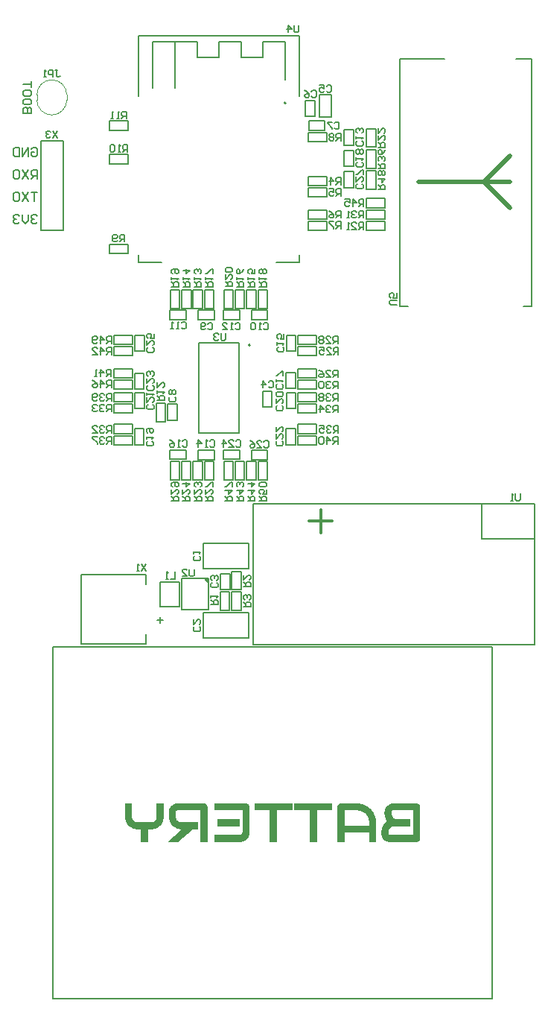
<source format=gbo>
G04*
G04 #@! TF.GenerationSoftware,Altium Limited,Altium Designer,23.4.1 (23)*
G04*
G04 Layer_Color=32896*
%FSLAX44Y44*%
%MOMM*%
G71*
G04*
G04 #@! TF.SameCoordinates,ED8CA8E1-86DF-42A4-AF38-516AE62C0134*
G04*
G04*
G04 #@! TF.FilePolarity,Positive*
G04*
G01*
G75*
%ADD11C,0.2000*%
%ADD12C,0.1000*%
%ADD13C,0.1500*%
%ADD47C,0.5000*%
%ADD65C,0.3000*%
G36*
X222803Y536324D02*
X223392Y536913D01*
X226975D01*
Y533083D01*
X226510Y532618D01*
X224657Y534471D01*
X222803Y536324D01*
D02*
G37*
G36*
X176198Y267222D02*
Y266259D01*
X176124Y265370D01*
X175976Y264481D01*
X175828Y263814D01*
X175754Y263148D01*
X175606Y262703D01*
X175531Y262407D01*
Y262333D01*
X175235Y261592D01*
X174939Y260852D01*
X174643Y260185D01*
X174420Y259667D01*
X174124Y259222D01*
X173902Y258852D01*
X173828Y258630D01*
X173754Y258556D01*
X172865Y257445D01*
X172421Y256926D01*
X171976Y256556D01*
X171606Y256186D01*
X171310Y255963D01*
X171161Y255815D01*
X171087Y255741D01*
X169902Y255000D01*
X168939Y254334D01*
X168495Y254112D01*
X168199Y253964D01*
X167977Y253890D01*
X167903Y253815D01*
X166717Y253297D01*
X166125Y253149D01*
X165681Y253001D01*
X165236Y252853D01*
X164940Y252778D01*
X164718Y252704D01*
X164644D01*
X163459Y252556D01*
X162866Y252482D01*
X162422D01*
X162051Y252408D01*
X158274D01*
Y238039D01*
X150201D01*
Y252408D01*
X147016D01*
X145905Y252482D01*
X144868Y252556D01*
X144498Y252630D01*
X144201D01*
X143979Y252704D01*
X143905D01*
X142646Y253001D01*
X142128Y253223D01*
X141609Y253371D01*
X141165Y253593D01*
X140868Y253667D01*
X140646Y253815D01*
X140572D01*
X139387Y254482D01*
X138869Y254778D01*
X138424Y255075D01*
X137980Y255371D01*
X137683Y255593D01*
X137535Y255667D01*
X137461Y255741D01*
X136350Y256704D01*
X135536Y257593D01*
X135239Y257963D01*
X135017Y258259D01*
X134869Y258482D01*
X134795Y258556D01*
X134054Y259815D01*
X133758Y260481D01*
X133462Y261074D01*
X133314Y261592D01*
X133165Y261963D01*
X133017Y262259D01*
Y262333D01*
X132573Y264037D01*
X132425Y264851D01*
X132351Y265592D01*
X132277Y266259D01*
Y266777D01*
Y267073D01*
Y267222D01*
Y281961D01*
X140276D01*
Y267222D01*
Y266481D01*
X140350Y265814D01*
X140498Y265222D01*
X140572Y264777D01*
X140720Y264407D01*
X140868Y264111D01*
X140942Y263962D01*
Y263888D01*
X141461Y263074D01*
X141905Y262407D01*
X142350Y262037D01*
X142424Y261889D01*
X142498D01*
X143238Y261444D01*
X143979Y261148D01*
X144275Y261074D01*
X144498Y261000D01*
X144646Y260926D01*
X144720D01*
X145609Y260704D01*
X146275Y260630D01*
X146572Y260555D01*
X146794Y260481D01*
X161385D01*
X162496Y260555D01*
X163384Y260704D01*
X163681Y260778D01*
X163977Y260852D01*
X164125Y260926D01*
X164199D01*
X165088Y261296D01*
X165755Y261740D01*
X166199Y262111D01*
X166273Y262259D01*
X166347D01*
X166940Y263000D01*
X167384Y263666D01*
X167532Y263962D01*
X167680Y264185D01*
X167754Y264333D01*
Y264407D01*
X168051Y265370D01*
X168199Y266259D01*
X168273Y266629D01*
Y266925D01*
Y267147D01*
Y267222D01*
Y281961D01*
X176198D01*
Y267222D01*
D02*
G37*
G36*
X262485Y255963D02*
X237303D01*
Y263962D01*
X262485D01*
Y255963D01*
D02*
G37*
G36*
X464316Y281887D02*
X464835Y281812D01*
X465131Y281664D01*
X465279Y281590D01*
X465798Y281294D01*
X466242Y281072D01*
X466538Y280776D01*
X466612Y280702D01*
X466983Y280257D01*
X467205Y279887D01*
X467353Y279591D01*
X467427Y279442D01*
X467575Y278924D01*
X467649Y278405D01*
X467723Y278035D01*
Y277961D01*
Y277887D01*
Y242039D01*
X467649Y241446D01*
X467575Y240928D01*
X467501Y240558D01*
X467427Y240409D01*
X467205Y239891D01*
X466909Y239521D01*
X466686Y239224D01*
X466612Y239150D01*
X466168Y238780D01*
X465724Y238558D01*
X465427Y238410D01*
X465279Y238336D01*
X464687Y238187D01*
X464242Y238113D01*
X463872Y238039D01*
X433431D01*
X432468Y238113D01*
X431653Y238187D01*
X430912Y238336D01*
X430246Y238558D01*
X429727Y238706D01*
X429283Y238854D01*
X429061Y238928D01*
X428987Y239002D01*
X428320Y239373D01*
X427728Y239817D01*
X427209Y240187D01*
X426839Y240558D01*
X426468Y240854D01*
X426246Y241150D01*
X426098Y241298D01*
X426024Y241372D01*
X425283Y242483D01*
X424691Y243446D01*
X424543Y243890D01*
X424394Y244187D01*
X424320Y244409D01*
Y244483D01*
X424024Y245668D01*
X423950Y246261D01*
X423876Y246705D01*
X423802Y247075D01*
Y247446D01*
Y247594D01*
Y247668D01*
Y249149D01*
Y250038D01*
X423876Y250853D01*
X423950Y251519D01*
X424024Y252186D01*
X424172Y252704D01*
X424246Y253075D01*
X424320Y253371D01*
Y253445D01*
X424765Y254778D01*
X424987Y255371D01*
X425209Y255889D01*
X425432Y256260D01*
X425580Y256630D01*
X425654Y256778D01*
X425728Y256852D01*
X426394Y257963D01*
X427061Y258778D01*
X427357Y259148D01*
X427579Y259370D01*
X427728Y259519D01*
X427802Y259593D01*
X428690Y260407D01*
X429505Y261074D01*
X429801Y261296D01*
X430098Y261444D01*
X430246Y261592D01*
X430320D01*
X429801Y262407D01*
X429283Y263222D01*
X428913Y263962D01*
X428616Y264703D01*
X428394Y265296D01*
X428246Y265740D01*
X428098Y266110D01*
Y266185D01*
X427654Y267962D01*
X427505Y268703D01*
X427431Y269369D01*
X427357Y269962D01*
Y270406D01*
Y270703D01*
Y270777D01*
Y272258D01*
X427431Y273221D01*
X427505Y274110D01*
X427654Y274850D01*
X427802Y275517D01*
X428024Y276035D01*
X428172Y276406D01*
X428246Y276628D01*
X428320Y276702D01*
X428690Y277369D01*
X429135Y277961D01*
X429505Y278480D01*
X429875Y278924D01*
X430246Y279294D01*
X430542Y279517D01*
X430690Y279665D01*
X430764Y279739D01*
X431875Y280479D01*
X432912Y281072D01*
X433357Y281220D01*
X433653Y281368D01*
X433875Y281442D01*
X433949D01*
X435134Y281738D01*
X435653Y281812D01*
X436097Y281887D01*
X436467Y281961D01*
X463724D01*
X464316Y281887D01*
D02*
G37*
G36*
X397508D02*
X399138Y281738D01*
X400619Y281442D01*
X401952Y281146D01*
X403063Y280850D01*
X403434Y280702D01*
X403878Y280553D01*
X404174Y280479D01*
X404397Y280405D01*
X404471Y280331D01*
X404545D01*
X406026Y279665D01*
X407285Y278924D01*
X408470Y278183D01*
X409507Y277443D01*
X410322Y276776D01*
X410989Y276258D01*
X411359Y275887D01*
X411507Y275739D01*
X412544Y274628D01*
X413507Y273443D01*
X414247Y272258D01*
X414914Y271147D01*
X415433Y270184D01*
X415803Y269443D01*
X415951Y269147D01*
X416025Y268925D01*
X416099Y268851D01*
Y268777D01*
X416618Y267222D01*
X417062Y265740D01*
X417358Y264259D01*
X417506Y262852D01*
X417654Y261667D01*
Y261222D01*
X417729Y260778D01*
Y260407D01*
Y260185D01*
Y260037D01*
Y259963D01*
Y238039D01*
X409803D01*
Y248779D01*
X381806D01*
Y238039D01*
X373807D01*
Y277887D01*
X373881Y278480D01*
X373955Y278998D01*
X374029Y279294D01*
X374103Y279442D01*
X374400Y279961D01*
X374622Y280331D01*
X374918Y280627D01*
X374992Y280702D01*
X375437Y281072D01*
X375807Y281368D01*
X376103Y281516D01*
X376251Y281590D01*
X376770Y281812D01*
X377288Y281887D01*
X377659Y281961D01*
X395805D01*
X397508Y281887D01*
D02*
G37*
G36*
X367956Y273962D02*
X350402D01*
Y238039D01*
X342403D01*
Y273962D01*
X324849D01*
Y281961D01*
X367956D01*
Y273962D01*
D02*
G37*
G36*
X322405D02*
X304851D01*
Y238039D01*
X296852D01*
Y273962D01*
X279298D01*
Y281961D01*
X322405D01*
Y273962D01*
D02*
G37*
G36*
X270188Y281887D02*
X270707Y281812D01*
X271077Y281664D01*
X271225Y281590D01*
X271744Y281294D01*
X272114Y281072D01*
X272410Y280776D01*
X272484Y280702D01*
X272855Y280257D01*
X273151Y279887D01*
X273299Y279591D01*
X273373Y279442D01*
X273521Y278924D01*
X273595Y278405D01*
X273669Y278035D01*
Y277961D01*
Y277887D01*
Y249149D01*
X273595Y248038D01*
X273521Y247075D01*
X273299Y246187D01*
X273077Y245446D01*
X272929Y244779D01*
X272707Y244335D01*
X272633Y244039D01*
X272558Y243965D01*
X272114Y243224D01*
X271595Y242483D01*
X271151Y241891D01*
X270707Y241446D01*
X270336Y241002D01*
X270040Y240706D01*
X269818Y240558D01*
X269744Y240483D01*
X268485Y239595D01*
X267818Y239298D01*
X267300Y239002D01*
X266781Y238854D01*
X266411Y238706D01*
X266189Y238558D01*
X266115D01*
X264707Y238262D01*
X264115Y238187D01*
X263522Y238113D01*
X263078Y238039D01*
X233748D01*
Y245964D01*
X262411D01*
X263004Y246038D01*
X263448Y246112D01*
X263893Y246261D01*
X264263Y246409D01*
X264485Y246557D01*
X264707Y246631D01*
X264781Y246779D01*
X264855D01*
X265152Y247150D01*
X265300Y247520D01*
X265596Y248260D01*
Y248631D01*
X265670Y248927D01*
Y249075D01*
Y249149D01*
Y273962D01*
X233748D01*
Y281961D01*
X269596D01*
X270188Y281887D01*
D02*
G37*
G36*
X222638D02*
X223156Y281812D01*
X223452Y281664D01*
X223601Y281590D01*
X224119Y281294D01*
X224563Y281072D01*
X224860Y280776D01*
X224934Y280702D01*
X225304Y280257D01*
X225526Y279887D01*
X225674Y279591D01*
X225748Y279442D01*
X225897Y278924D01*
X225971Y278405D01*
X226045Y278035D01*
Y277961D01*
Y277887D01*
Y238039D01*
X218120D01*
Y273962D01*
X191382D01*
X191308Y273887D01*
X191234D01*
X190863Y273813D01*
X190715Y273739D01*
X190493Y273591D01*
X190345Y273443D01*
X190271Y273295D01*
Y273221D01*
X190197Y272925D01*
X190123Y272554D01*
Y272332D01*
Y272184D01*
Y267147D01*
X190197Y266036D01*
X190345Y265148D01*
X190493Y264851D01*
X190567Y264555D01*
X190641Y264407D01*
Y264333D01*
X191011Y263518D01*
X191530Y262852D01*
X191900Y262407D01*
X191974Y262333D01*
X192048Y262259D01*
X192789Y261740D01*
X193456Y261296D01*
X193752Y261148D01*
X193974Y261000D01*
X194122Y260926D01*
X194196D01*
X195085Y260630D01*
X195974Y260481D01*
X196344Y260407D01*
X196640Y260333D01*
X214935D01*
Y252334D01*
X209158D01*
X192567Y238039D01*
X180272D01*
X196863Y252334D01*
X195752Y252408D01*
X194715Y252556D01*
X194344D01*
X194048Y252630D01*
X193826Y252704D01*
X193752D01*
X192493Y253001D01*
X191974Y253223D01*
X191456Y253371D01*
X191011Y253593D01*
X190715Y253667D01*
X190493Y253815D01*
X190419D01*
X189234Y254408D01*
X188715Y254704D01*
X188271Y255000D01*
X187826Y255297D01*
X187530Y255519D01*
X187382Y255593D01*
X187308Y255667D01*
X186271Y256630D01*
X185456Y257519D01*
X185160Y257889D01*
X184938Y258185D01*
X184790Y258408D01*
X184716Y258482D01*
X183901Y259815D01*
X183605Y260407D01*
X183308Y261000D01*
X183160Y261518D01*
X183012Y261889D01*
X182864Y262185D01*
Y262259D01*
X182420Y263962D01*
X182271Y264777D01*
X182197Y265518D01*
X182123Y266185D01*
Y266703D01*
Y266999D01*
Y267147D01*
Y272258D01*
X182197Y273369D01*
X182346Y274406D01*
X182494Y274776D01*
X182568Y275072D01*
X182642Y275295D01*
Y275369D01*
X183160Y276554D01*
X183382Y277146D01*
X183679Y277591D01*
X183975Y277961D01*
X184123Y278331D01*
X184271Y278480D01*
X184345Y278554D01*
X185308Y279591D01*
X186271Y280331D01*
X186641Y280627D01*
X187012Y280850D01*
X187234Y280924D01*
X187308Y280998D01*
X188049Y281294D01*
X188789Y281590D01*
X189530Y281738D01*
X190271Y281812D01*
X190863Y281887D01*
X191382Y281961D01*
X222045D01*
X222638Y281887D01*
D02*
G37*
%LPC*%
G36*
X459724Y273962D02*
X437060D01*
X436541Y273887D01*
X436097Y273665D01*
X435801Y273443D01*
X435653Y273147D01*
X435504Y272776D01*
X435430Y272554D01*
Y272332D01*
Y272258D01*
Y270777D01*
X435504Y269666D01*
X435653Y268777D01*
X435727Y268481D01*
X435801Y268184D01*
X435875Y268036D01*
Y267962D01*
X436245Y267073D01*
X436690Y266407D01*
X437060Y265962D01*
X437134Y265888D01*
X437208Y265814D01*
X437949Y265222D01*
X438615Y264777D01*
X438912Y264629D01*
X439134Y264481D01*
X439282Y264407D01*
X439356D01*
X440319Y264185D01*
X441208Y264037D01*
X441578Y263962D01*
X456539D01*
Y255963D01*
X438615D01*
X437504Y255889D01*
X436615Y255741D01*
X436245Y255593D01*
X436023Y255519D01*
X435875Y255445D01*
X435801D01*
X434912Y255075D01*
X434245Y254630D01*
X433801Y254260D01*
X433727Y254186D01*
X433653Y254112D01*
X433060Y253371D01*
X432616Y252704D01*
X432468Y252408D01*
X432394Y252186D01*
X432320Y252038D01*
Y251964D01*
X432023Y251001D01*
X431875Y250112D01*
X431801Y249742D01*
Y249445D01*
Y249223D01*
Y249149D01*
Y247742D01*
Y247298D01*
X431875Y247001D01*
X431949Y246779D01*
X432023Y246705D01*
X432172Y246483D01*
X432246Y246335D01*
X432320Y246187D01*
X432394D01*
X432764Y246038D01*
X432912Y245964D01*
X459724D01*
Y273962D01*
D02*
G37*
G36*
X396101D02*
X381806D01*
Y256778D01*
X409803D01*
Y259963D01*
X409729Y261148D01*
X409655Y262259D01*
X409507Y263222D01*
X409285Y264037D01*
X409137Y264703D01*
X408989Y265148D01*
X408915Y265518D01*
X408841Y265592D01*
X408470Y266407D01*
X408026Y267222D01*
X407655Y267888D01*
X407285Y268481D01*
X406989Y268925D01*
X406693Y269221D01*
X406544Y269443D01*
X406470Y269517D01*
X405359Y270629D01*
X404841Y270999D01*
X404397Y271369D01*
X403952Y271665D01*
X403656Y271888D01*
X403434Y271962D01*
X403360Y272036D01*
X402100Y272628D01*
X401508Y272850D01*
X400989Y272999D01*
X400619Y273147D01*
X400323Y273221D01*
X400101Y273295D01*
X400027D01*
X398916Y273591D01*
X398101Y273739D01*
X397805D01*
X397583Y273813D01*
X397360D01*
X396916Y273887D01*
X396620D01*
X396101Y273962D01*
D02*
G37*
%LPD*%
D11*
X315050Y1077506D02*
G03*
X315050Y1077506I-1000J0D01*
G01*
X272500Y802500D02*
G03*
X272670Y803057I1000J0D01*
G01*
X50000Y60000D02*
Y460000D01*
X550000Y60000D02*
Y460000D01*
X50000Y60000D02*
X550000D01*
X50000Y460000D02*
X550000D01*
X61700Y933200D02*
Y1034800D01*
X36300D02*
X61700D01*
X36300Y933200D02*
Y1034800D01*
Y933200D02*
X61700D01*
X156000Y463000D02*
Y474000D01*
X82000Y463000D02*
X156000D01*
X82000D02*
Y542000D01*
X156000D01*
Y531000D02*
Y542000D01*
X444400Y847000D02*
X454400D01*
X444400D02*
Y1128000D01*
X495400D01*
X576400D02*
X594400D01*
Y847000D02*
Y1128000D01*
X585400Y847000D02*
X594400D01*
X189050Y1095006D02*
Y1147006D01*
X314050Y1103756D02*
Y1147256D01*
X289050D02*
X314050D01*
X289050Y1129506D02*
Y1147256D01*
X264050Y1129506D02*
X289050D01*
X264050D02*
Y1147256D01*
X238800D02*
X264050D01*
X238800Y1129506D02*
Y1147256D01*
X214050Y1129506D02*
X238800D01*
X214050D02*
Y1147006D01*
X164050D02*
X214050D01*
X147737Y1085382D02*
Y1153784D01*
Y896228D02*
X174128D01*
X330363D02*
Y904737D01*
X147737Y1153784D02*
X330363D01*
X147737Y896228D02*
Y904737D01*
X303972Y896228D02*
X330363D01*
Y1085382D02*
Y1153784D01*
X164050Y1095006D02*
Y1147006D01*
X261860Y703000D02*
Y805000D01*
X216140Y703000D02*
Y805000D01*
X261860D01*
X216140Y703000D02*
X261860D01*
X226975Y502250D02*
Y537250D01*
X197000Y502250D02*
Y537250D01*
X226975D01*
X197000Y502250D02*
X226975D01*
X597750Y582500D02*
Y622500D01*
X537750Y582500D02*
Y622500D01*
X597750D01*
X537750Y582500D02*
X597750D01*
Y462500D02*
Y622500D01*
X277750Y462500D02*
Y622500D01*
X597750D01*
X277750Y462500D02*
X597750D01*
X283560Y649500D02*
X294060D01*
Y670500D01*
X283560Y649500D02*
Y670500D01*
X294060D01*
X119500Y803250D02*
Y813750D01*
Y803250D02*
X140500D01*
X119500Y813750D02*
X140500D01*
Y803250D02*
Y813750D01*
X406750Y1000500D02*
X417250D01*
X406750Y979500D02*
Y1000500D01*
X417250Y979500D02*
Y1000500D01*
X406750Y979500D02*
X417250D01*
X244560Y649500D02*
X255060D01*
Y670500D01*
X244560Y649500D02*
Y670500D01*
X255060D01*
X119500Y752250D02*
Y762750D01*
Y752250D02*
X140500D01*
X119500Y762750D02*
X140500D01*
Y752250D02*
Y762750D01*
X406500Y958750D02*
Y969250D01*
Y958750D02*
X427500D01*
X406500Y969250D02*
X427500D01*
Y958750D02*
Y969250D01*
X270560Y670500D02*
X281060D01*
X270560Y649500D02*
Y670500D01*
X281060Y649500D02*
Y670500D01*
X270560Y649500D02*
X281060D01*
X257560Y670500D02*
X268060D01*
X257560Y649500D02*
Y670500D01*
X268060Y649500D02*
Y670500D01*
X257560Y649500D02*
X268060D01*
X140500Y790400D02*
Y800900D01*
X119500D02*
X140500D01*
X119500Y790400D02*
X140500D01*
X119500D02*
Y800900D01*
X140500Y765250D02*
Y775750D01*
X119500D02*
X140500D01*
X119500Y765250D02*
X140500D01*
X119500D02*
Y775750D01*
X350000Y689150D02*
Y699650D01*
X329000D02*
X350000D01*
X329000Y689150D02*
X350000D01*
X329000D02*
Y699650D01*
X119500Y738150D02*
Y748650D01*
Y738150D02*
X140500D01*
X119500Y748650D02*
X140500D01*
Y738150D02*
Y748650D01*
X350000Y738150D02*
Y748650D01*
X329000D02*
X350000D01*
X329000Y738150D02*
X350000D01*
X329000D02*
Y748650D01*
X119500Y689150D02*
Y699650D01*
Y689150D02*
X140500D01*
X119500Y699650D02*
X140500D01*
Y689150D02*
Y699650D01*
X406750Y1024500D02*
X417250D01*
X406750Y1003500D02*
Y1024500D01*
X417250Y1003500D02*
Y1024500D01*
X406750Y1003500D02*
X417250D01*
X329000Y702150D02*
Y712650D01*
Y702150D02*
X350000D01*
X329000Y712650D02*
X350000D01*
Y702150D02*
Y712650D01*
X329000Y725150D02*
Y735650D01*
Y725150D02*
X350000D01*
X329000Y735650D02*
X350000D01*
Y725150D02*
Y735650D01*
X140500Y725150D02*
Y735650D01*
X119500D02*
X140500D01*
X119500Y725150D02*
X140500D01*
X119500D02*
Y735650D01*
X140500Y702150D02*
Y712650D01*
X119500D02*
X140500D01*
X119500Y702150D02*
X140500D01*
X119500D02*
Y712650D01*
X406500Y945750D02*
Y956250D01*
Y945750D02*
X427500D01*
X406500Y956250D02*
X427500D01*
Y945750D02*
Y956250D01*
X350000Y752250D02*
Y762750D01*
X329000D02*
X350000D01*
X329000Y752250D02*
X350000D01*
X329000D02*
Y762750D01*
X183750Y649500D02*
X194250D01*
Y670500D01*
X183750Y649500D02*
Y670500D01*
X194250D01*
X350000Y803250D02*
Y813750D01*
X329000D02*
X350000D01*
X329000Y803250D02*
X350000D01*
X329000D02*
Y813750D01*
X222750Y649500D02*
X233250D01*
Y670500D01*
X222750Y649500D02*
Y670500D01*
X233250D01*
X329000Y765250D02*
Y775750D01*
Y765250D02*
X350000D01*
X329000Y775750D02*
X350000D01*
Y765250D02*
Y775750D01*
X329000Y790400D02*
Y800900D01*
Y790400D02*
X350000D01*
X329000Y800900D02*
X350000D01*
Y790400D02*
Y800900D01*
X196600Y670500D02*
X207100D01*
X196600Y649500D02*
Y670500D01*
X207100Y649500D02*
Y670500D01*
X196600Y649500D02*
X207100D01*
X209750Y670500D02*
X220250D01*
X209750Y649500D02*
Y670500D01*
X220250Y649500D02*
Y670500D01*
X209750Y649500D02*
X220250D01*
X406750Y1048500D02*
X417250D01*
X406750Y1027500D02*
Y1048500D01*
X417250Y1027500D02*
Y1048500D01*
X406750Y1027500D02*
X417250D01*
X406500Y932750D02*
Y943250D01*
Y932750D02*
X427500D01*
X406500Y943250D02*
X427500D01*
Y932750D02*
Y943250D01*
X244560Y865500D02*
X255060D01*
X244560Y844500D02*
Y865500D01*
X255060Y844500D02*
Y865500D01*
X244560Y844500D02*
X255060D01*
X183750Y865500D02*
X194250D01*
X183750Y844500D02*
Y865500D01*
X194250Y844500D02*
Y865500D01*
X183750Y844500D02*
X194250D01*
X283560Y865500D02*
X294060D01*
X283560Y844500D02*
Y865500D01*
X294060Y844500D02*
Y865500D01*
X283560Y844500D02*
X294060D01*
X222750Y865500D02*
X233250D01*
X222750Y844500D02*
Y865500D01*
X233250Y844500D02*
Y865500D01*
X222750Y844500D02*
X233250D01*
X257560D02*
X268060D01*
Y865500D01*
X257560Y844500D02*
Y865500D01*
X268060D01*
X270560Y844500D02*
X281060D01*
Y865500D01*
X270560Y844500D02*
Y865500D01*
X281060D01*
X196750Y844500D02*
X207250D01*
Y865500D01*
X196750Y844500D02*
Y865500D01*
X207250D01*
X209750Y844500D02*
X220250D01*
Y865500D01*
X209750Y844500D02*
Y865500D01*
X220250D01*
X167750Y736500D02*
X178250D01*
X167750Y715500D02*
Y736500D01*
X178250Y715500D02*
Y736500D01*
X167750Y715500D02*
X178250D01*
X114500Y1046750D02*
Y1057250D01*
Y1046750D02*
X135500D01*
X114500Y1057250D02*
X135500D01*
Y1046750D02*
Y1057250D01*
X114500Y1008750D02*
Y1019250D01*
Y1008750D02*
X135500D01*
X114500Y1019250D02*
X135500D01*
Y1008750D02*
Y1019250D01*
X114500Y906750D02*
Y917250D01*
Y906750D02*
X135500D01*
X114500Y917250D02*
X135500D01*
Y906750D02*
Y917250D01*
X361500Y1033750D02*
Y1044250D01*
X340500D02*
X361500D01*
X340500Y1033750D02*
X361500D01*
X340500D02*
Y1044250D01*
X361500Y932750D02*
Y943250D01*
X340500D02*
X361500D01*
X340500Y932750D02*
X361500D01*
X340500D02*
Y943250D01*
X361500Y945750D02*
Y956250D01*
X340500D02*
X361500D01*
X340500Y945750D02*
X361500D01*
X340500D02*
Y956250D01*
X361500Y970750D02*
Y981250D01*
X340500D02*
X361500D01*
X340500Y970750D02*
X361500D01*
X340500D02*
Y981250D01*
X361500Y983750D02*
Y994250D01*
X340500D02*
X361500D01*
X340500Y983750D02*
X361500D01*
X340500D02*
Y994250D01*
X253750Y522500D02*
X264250D01*
X253750Y501500D02*
Y522500D01*
X264250Y501500D02*
Y522500D01*
X253750Y501500D02*
X264250D01*
X253750Y545500D02*
X264250D01*
X253750Y524500D02*
Y545500D01*
X264250Y524500D02*
Y545500D01*
X253750Y524500D02*
X264250D01*
X240750Y501500D02*
X251250D01*
Y522500D01*
X240750Y501500D02*
Y522500D01*
X251250D01*
X171750Y533750D02*
X194250D01*
X171750Y505250D02*
X194250D01*
X171750D02*
Y533750D01*
X194250Y505250D02*
Y533750D01*
X381500Y997500D02*
Y999500D01*
X392250D01*
Y981500D02*
Y999500D01*
X381500Y981500D02*
X392250D01*
X381500D02*
Y997500D01*
X276310Y672500D02*
X278310D01*
X276310D02*
Y683250D01*
X294310D01*
Y672500D02*
Y683250D01*
X278310Y672500D02*
X294310D01*
X154000Y795500D02*
Y797500D01*
X143250Y795500D02*
X154000D01*
X143250D02*
Y813500D01*
X154000D01*
Y797500D02*
Y813500D01*
X260310Y683500D02*
X262310D01*
Y672750D02*
Y683500D01*
X244310Y672750D02*
X262310D01*
X244310D02*
Y683500D01*
X260310D01*
X143000Y768500D02*
Y770500D01*
X153750D01*
Y752500D02*
Y770500D01*
X143000Y752500D02*
X153750D01*
X143000D02*
Y768500D01*
X315500Y705500D02*
Y707500D01*
X326250D01*
Y689500D02*
Y707500D01*
X315500Y689500D02*
X326250D01*
X315500D02*
Y705500D01*
X154000Y730500D02*
Y732500D01*
X143250Y730500D02*
X154000D01*
X143250D02*
Y748500D01*
X154000D01*
Y732500D02*
Y748500D01*
X326500Y730500D02*
Y732500D01*
X315750Y730500D02*
X326500D01*
X315750D02*
Y748500D01*
X326500D01*
Y732500D02*
Y748500D01*
X143000Y705500D02*
Y707500D01*
X153750D01*
Y689500D02*
Y707500D01*
X143000Y689500D02*
X153750D01*
X143000D02*
Y705500D01*
X381500Y1021500D02*
Y1023500D01*
X392250D01*
Y1005500D02*
Y1023500D01*
X381500Y1005500D02*
X392250D01*
X381500D02*
Y1021500D01*
X315500Y769500D02*
Y771500D01*
X326250D01*
Y753500D02*
Y771500D01*
X315500Y753500D02*
X326250D01*
X315500D02*
Y769500D01*
X199500Y683500D02*
X201500D01*
Y672750D02*
Y683500D01*
X183500Y672750D02*
X201500D01*
X183500D02*
Y683500D01*
X199500D01*
X326500Y795500D02*
Y797500D01*
X315750Y795500D02*
X326500D01*
X315750D02*
Y813500D01*
X326500D01*
Y797500D02*
Y813500D01*
X215500Y672500D02*
X217500D01*
X215500D02*
Y683250D01*
X233500D01*
Y672500D02*
Y683250D01*
X217500Y672500D02*
X233500D01*
X381500Y1045500D02*
Y1047500D01*
X392250D01*
Y1029500D02*
Y1047500D01*
X381500Y1029500D02*
X392250D01*
X381500D02*
Y1045500D01*
X260310Y842500D02*
X262310D01*
Y831750D02*
Y842500D01*
X244310Y831750D02*
X262310D01*
X244310D02*
Y842500D01*
X260310D01*
X199500Y842500D02*
X201500D01*
Y831750D02*
Y842500D01*
X183500Y831750D02*
X201500D01*
X183500D02*
Y842500D01*
X199500D01*
X276310Y831500D02*
X278310D01*
X276310D02*
Y842250D01*
X294310D01*
Y831500D02*
Y842250D01*
X278310Y831500D02*
X294310D01*
X215500Y831500D02*
X217500D01*
X215500D02*
Y842250D01*
X233500D01*
Y831500D02*
Y842250D01*
X217500Y831500D02*
X233500D01*
X191500Y717500D02*
Y719500D01*
X180750Y717500D02*
X191500D01*
X180750D02*
Y735500D01*
X191500D01*
Y719500D02*
Y735500D01*
X357500Y1057500D02*
X359500D01*
Y1046750D02*
Y1057500D01*
X341500Y1046750D02*
X359500D01*
X341500D02*
Y1057500D01*
X357500D01*
X337500Y1078500D02*
Y1080500D01*
X348250D01*
Y1062500D02*
Y1080500D01*
X337500Y1062500D02*
X348250D01*
X337500D02*
Y1078500D01*
X353000Y1062000D02*
Y1087000D01*
Y1062000D02*
X367000D01*
Y1087000D01*
X353000D02*
X367000D01*
X299500Y732500D02*
Y734500D01*
X288750Y732500D02*
X299500D01*
X288750D02*
Y750500D01*
X299500D01*
Y734500D02*
Y750500D01*
X251500Y524500D02*
Y526500D01*
X240750Y524500D02*
X251500D01*
X240750D02*
Y542500D01*
X251500D01*
Y526500D02*
Y542500D01*
X221000Y499000D02*
X273000D01*
X221000Y470000D02*
Y499000D01*
Y470000D02*
X273000D01*
Y499000D01*
X221000Y577500D02*
X273000D01*
X221000Y548500D02*
Y577500D01*
Y548500D02*
X273000D01*
Y577500D01*
D12*
X66000Y1087000D02*
G03*
X49000Y1104000I-17000J0D01*
G01*
D02*
G03*
X32000Y1087000I0J-17000D01*
G01*
X49000Y1064000D02*
G03*
X66000Y1081000I0J17000D01*
G01*
X32000D02*
G03*
X49000Y1064000I17000J0D01*
G01*
X221937Y537191D02*
X226510Y532618D01*
X226613Y535613D02*
X227000Y536000D01*
X32000Y1081000D02*
Y1087000D01*
X66000Y1081000D02*
Y1087000D01*
D13*
X168668Y490000D02*
X175332D01*
X172000Y493332D02*
Y486668D01*
X32329Y949132D02*
X30663Y950798D01*
X27331D01*
X25665Y949132D01*
Y947466D01*
X27331Y945800D01*
X28997D01*
X27331D01*
X25665Y944134D01*
Y942468D01*
X27331Y940802D01*
X30663D01*
X32329Y942468D01*
X22332Y950798D02*
Y944134D01*
X19000Y940802D01*
X15668Y944134D01*
Y950798D01*
X12335Y949132D02*
X10669Y950798D01*
X7337D01*
X5671Y949132D01*
Y947466D01*
X7337Y945800D01*
X9003D01*
X7337D01*
X5671Y944134D01*
Y942468D01*
X7337Y940802D01*
X10669D01*
X12335Y942468D01*
X32329Y976198D02*
X25665D01*
X28997D01*
Y966202D01*
X22332Y976198D02*
X15668Y966202D01*
Y976198D02*
X22332Y966202D01*
X12335Y974532D02*
X10669Y976198D01*
X7337D01*
X5671Y974532D01*
Y967868D01*
X7337Y966202D01*
X10669D01*
X12335Y967868D01*
Y974532D01*
X32329Y991602D02*
Y1001598D01*
X27331D01*
X25665Y999932D01*
Y996600D01*
X27331Y994934D01*
X32329D01*
X28997D02*
X25665Y991602D01*
X22332Y1001598D02*
X15668Y991602D01*
Y1001598D02*
X22332Y991602D01*
X12335Y999932D02*
X10669Y1001598D01*
X7337D01*
X5671Y999932D01*
Y993268D01*
X7337Y991602D01*
X10669D01*
X12335Y993268D01*
Y999932D01*
X25665Y1025332D02*
X27331Y1026998D01*
X30663D01*
X32329Y1025332D01*
Y1018668D01*
X30663Y1017002D01*
X27331D01*
X25665Y1018668D01*
Y1022000D01*
X28997D01*
X22332Y1017002D02*
Y1026998D01*
X15668Y1017002D01*
Y1026998D01*
X12335D02*
Y1017002D01*
X7337D01*
X5671Y1018668D01*
Y1025332D01*
X7337Y1026998D01*
X12335D01*
X25998Y1065673D02*
X16002D01*
Y1070671D01*
X17668Y1072337D01*
X19334D01*
X21000Y1070671D01*
Y1065673D01*
Y1070671D01*
X22666Y1072337D01*
X24332D01*
X25998Y1070671D01*
Y1065673D01*
Y1080668D02*
Y1077336D01*
X24332Y1075669D01*
X17668D01*
X16002Y1077336D01*
Y1080668D01*
X17668Y1082334D01*
X24332D01*
X25998Y1080668D01*
Y1090665D02*
Y1087332D01*
X24332Y1085666D01*
X17668D01*
X16002Y1087332D01*
Y1090665D01*
X17668Y1092331D01*
X24332D01*
X25998Y1090665D01*
Y1095663D02*
Y1102327D01*
Y1098995D01*
X16002D01*
X55665Y1045999D02*
X50333Y1038001D01*
Y1045999D02*
X55665Y1038001D01*
X47667Y1044666D02*
X46334Y1045999D01*
X43668D01*
X42336Y1044666D01*
Y1043333D01*
X43668Y1042000D01*
X45001D01*
X43668D01*
X42336Y1040667D01*
Y1039334D01*
X43668Y1038001D01*
X46334D01*
X47667Y1039334D01*
X156332Y553999D02*
X151000Y546001D01*
Y553999D02*
X156332Y546001D01*
X148334D02*
X145668D01*
X147001D01*
Y553999D01*
X148334Y552666D01*
X440999Y848335D02*
X434334D01*
X433001Y849668D01*
Y852334D01*
X434334Y853667D01*
X440999D01*
Y861665D02*
Y856333D01*
X437000D01*
X438333Y858999D01*
Y860332D01*
X437000Y861665D01*
X434334D01*
X433001Y860332D01*
Y857666D01*
X434334Y856333D01*
X329664Y1165999D02*
Y1159334D01*
X328332Y1158001D01*
X325666D01*
X324333Y1159334D01*
Y1165999D01*
X317668Y1158001D02*
Y1165999D01*
X321667Y1162000D01*
X316336D01*
X246665Y815999D02*
Y809334D01*
X245332Y808001D01*
X242666D01*
X241333Y809334D01*
Y815999D01*
X238667Y814666D02*
X237334Y815999D01*
X234668D01*
X233335Y814666D01*
Y813333D01*
X234668Y812000D01*
X236001D01*
X234668D01*
X233335Y810667D01*
Y809334D01*
X234668Y808001D01*
X237334D01*
X238667Y809334D01*
X210665Y547999D02*
Y541334D01*
X209332Y540001D01*
X206666D01*
X205333Y541334D01*
Y547999D01*
X197335Y540001D02*
X202667D01*
X197335Y545333D01*
Y546666D01*
X198668Y547999D01*
X201334D01*
X202667Y546666D01*
X581582Y633999D02*
Y627334D01*
X580249Y626001D01*
X577583D01*
X576250Y627334D01*
Y633999D01*
X573584Y626001D02*
X570918D01*
X572251D01*
Y633999D01*
X573584Y632666D01*
X285001Y625337D02*
X292999D01*
Y629336D01*
X291666Y630668D01*
X289000D01*
X287667Y629336D01*
Y625337D01*
Y628003D02*
X285001Y630668D01*
X292999Y638666D02*
Y633334D01*
X289000D01*
X290333Y636000D01*
Y637333D01*
X289000Y638666D01*
X286334D01*
X285001Y637333D01*
Y634667D01*
X286334Y633334D01*
X291666Y641332D02*
X292999Y642664D01*
Y645330D01*
X291666Y646663D01*
X286334D01*
X285001Y645330D01*
Y642664D01*
X286334Y641332D01*
X291666D01*
X116663Y804501D02*
Y812499D01*
X112664D01*
X111332Y811166D01*
Y808500D01*
X112664Y807167D01*
X116663D01*
X113997D02*
X111332Y804501D01*
X104667D02*
Y812499D01*
X108666Y808500D01*
X103334D01*
X100668Y805834D02*
X99335Y804501D01*
X96670D01*
X95337Y805834D01*
Y811166D01*
X96670Y812499D01*
X99335D01*
X100668Y811166D01*
Y809833D01*
X99335Y808500D01*
X95337D01*
X420001Y979337D02*
X427999D01*
Y983335D01*
X426666Y984668D01*
X424000D01*
X422667Y983335D01*
Y979337D01*
Y982003D02*
X420001Y984668D01*
Y991333D02*
X427999D01*
X424000Y987334D01*
Y992666D01*
X426666Y995332D02*
X427999Y996665D01*
Y999330D01*
X426666Y1000663D01*
X425333D01*
X424000Y999330D01*
X422667Y1000663D01*
X421334D01*
X420001Y999330D01*
Y996665D01*
X421334Y995332D01*
X422667D01*
X424000Y996665D01*
X425333Y995332D01*
X426666D01*
X424000Y996665D02*
Y999330D01*
X245811Y625337D02*
X253809D01*
Y629336D01*
X252476Y630668D01*
X249810D01*
X248477Y629336D01*
Y625337D01*
Y628003D02*
X245811Y630668D01*
Y637333D02*
X253809D01*
X249810Y633334D01*
Y638666D01*
X253809Y641332D02*
Y646663D01*
X252476D01*
X247144Y641332D01*
X245811D01*
X116663Y754501D02*
Y762499D01*
X112664D01*
X111332Y761166D01*
Y758500D01*
X112664Y757167D01*
X116663D01*
X113997D02*
X111332Y754501D01*
X104667D02*
Y762499D01*
X108666Y758500D01*
X103334D01*
X95337Y762499D02*
X98003Y761166D01*
X100668Y758500D01*
Y755834D01*
X99335Y754501D01*
X96670D01*
X95337Y755834D01*
Y757167D01*
X96670Y758500D01*
X100668D01*
X403663Y960275D02*
Y968272D01*
X399664D01*
X398332Y966939D01*
Y964274D01*
X399664Y962941D01*
X403663D01*
X400997D02*
X398332Y960275D01*
X391667D02*
Y968272D01*
X395666Y964274D01*
X390334D01*
X382337Y968272D02*
X387668D01*
Y964274D01*
X385003Y965607D01*
X383670D01*
X382337Y964274D01*
Y961608D01*
X383670Y960275D01*
X386335D01*
X387668Y961608D01*
X272001Y625337D02*
X279999D01*
Y629336D01*
X278666Y630668D01*
X276000D01*
X274667Y629336D01*
Y625337D01*
Y628003D02*
X272001Y630668D01*
Y637333D02*
X279999D01*
X276000Y633334D01*
Y638666D01*
X272001Y645330D02*
X279999D01*
X276000Y641332D01*
Y646663D01*
X259001Y625337D02*
X266999D01*
Y629336D01*
X265666Y630668D01*
X263000D01*
X261667Y629336D01*
Y625337D01*
Y628003D02*
X259001Y630668D01*
Y637333D02*
X266999D01*
X263000Y633334D01*
Y638666D01*
X265666Y641332D02*
X266999Y642664D01*
Y645330D01*
X265666Y646663D01*
X264333D01*
X263000Y645330D01*
Y643997D01*
Y645330D01*
X261667Y646663D01*
X260334D01*
X259001Y645330D01*
Y642664D01*
X260334Y641332D01*
X116663Y792001D02*
Y799999D01*
X112664D01*
X111332Y798666D01*
Y796000D01*
X112664Y794667D01*
X116663D01*
X113997D02*
X111332Y792001D01*
X104667D02*
Y799999D01*
X108666Y796000D01*
X103334D01*
X95337Y792001D02*
X100668D01*
X95337Y797333D01*
Y798666D01*
X96670Y799999D01*
X99335D01*
X100668Y798666D01*
X116330Y767001D02*
Y774999D01*
X112332D01*
X110999Y773666D01*
Y771000D01*
X112332Y769667D01*
X116330D01*
X113665D02*
X110999Y767001D01*
X104334D02*
Y774999D01*
X108333Y771000D01*
X103001D01*
X100336Y767001D02*
X97670D01*
X99003D01*
Y774999D01*
X100336Y773666D01*
X374163Y690401D02*
Y698399D01*
X370164D01*
X368832Y697066D01*
Y694400D01*
X370164Y693067D01*
X374163D01*
X371497D02*
X368832Y690401D01*
X362167D02*
Y698399D01*
X366166Y694400D01*
X360834D01*
X358168Y697066D02*
X356836Y698399D01*
X354170D01*
X352837Y697066D01*
Y691734D01*
X354170Y690401D01*
X356836D01*
X358168Y691734D01*
Y697066D01*
X116663Y739401D02*
Y747399D01*
X112664D01*
X111332Y746066D01*
Y743400D01*
X112664Y742067D01*
X116663D01*
X113997D02*
X111332Y739401D01*
X108666Y746066D02*
X107333Y747399D01*
X104667D01*
X103334Y746066D01*
Y744733D01*
X104667Y743400D01*
X106000D01*
X104667D01*
X103334Y742067D01*
Y740734D01*
X104667Y739401D01*
X107333D01*
X108666Y740734D01*
X100668D02*
X99335Y739401D01*
X96670D01*
X95337Y740734D01*
Y746066D01*
X96670Y747399D01*
X99335D01*
X100668Y746066D01*
Y744733D01*
X99335Y743400D01*
X95337D01*
X374163Y739401D02*
Y747399D01*
X370164D01*
X368832Y746066D01*
Y743400D01*
X370164Y742067D01*
X374163D01*
X371497D02*
X368832Y739401D01*
X366166Y746066D02*
X364833Y747399D01*
X362167D01*
X360834Y746066D01*
Y744733D01*
X362167Y743400D01*
X363500D01*
X362167D01*
X360834Y742067D01*
Y740734D01*
X362167Y739401D01*
X364833D01*
X366166Y740734D01*
X358168Y746066D02*
X356836Y747399D01*
X354170D01*
X352837Y746066D01*
Y744733D01*
X354170Y743400D01*
X352837Y742067D01*
Y740734D01*
X354170Y739401D01*
X356836D01*
X358168Y740734D01*
Y742067D01*
X356836Y743400D01*
X358168Y744733D01*
Y746066D01*
X356836Y743400D02*
X354170D01*
X116663Y690401D02*
Y698399D01*
X112664D01*
X111332Y697066D01*
Y694400D01*
X112664Y693067D01*
X116663D01*
X113997D02*
X111332Y690401D01*
X108666Y697066D02*
X107333Y698399D01*
X104667D01*
X103334Y697066D01*
Y695733D01*
X104667Y694400D01*
X106000D01*
X104667D01*
X103334Y693067D01*
Y691734D01*
X104667Y690401D01*
X107333D01*
X108666Y691734D01*
X100668Y698399D02*
X95337D01*
Y697066D01*
X100668Y691734D01*
Y690401D01*
X420001Y1003337D02*
X427999D01*
Y1007336D01*
X426666Y1008668D01*
X424000D01*
X422667Y1007336D01*
Y1003337D01*
Y1006003D02*
X420001Y1008668D01*
X426666Y1011334D02*
X427999Y1012667D01*
Y1015333D01*
X426666Y1016666D01*
X425333D01*
X424000Y1015333D01*
Y1014000D01*
Y1015333D01*
X422667Y1016666D01*
X421334D01*
X420001Y1015333D01*
Y1012667D01*
X421334Y1011334D01*
X427999Y1024663D02*
X426666Y1021997D01*
X424000Y1019332D01*
X421334D01*
X420001Y1020665D01*
Y1023330D01*
X421334Y1024663D01*
X422667D01*
X424000Y1023330D01*
Y1019332D01*
X374663Y703001D02*
Y710999D01*
X370664D01*
X369332Y709666D01*
Y707000D01*
X370664Y705667D01*
X374663D01*
X371997D02*
X369332Y703001D01*
X366666Y709666D02*
X365333Y710999D01*
X362667D01*
X361334Y709666D01*
Y708333D01*
X362667Y707000D01*
X364000D01*
X362667D01*
X361334Y705667D01*
Y704334D01*
X362667Y703001D01*
X365333D01*
X366666Y704334D01*
X353337Y710999D02*
X358668D01*
Y707000D01*
X356003Y708333D01*
X354670D01*
X353337Y707000D01*
Y704334D01*
X354670Y703001D01*
X357336D01*
X358668Y704334D01*
X374163Y726001D02*
Y733999D01*
X370164D01*
X368832Y732666D01*
Y730000D01*
X370164Y728667D01*
X374163D01*
X371497D02*
X368832Y726001D01*
X366166Y732666D02*
X364833Y733999D01*
X362167D01*
X360834Y732666D01*
Y731333D01*
X362167Y730000D01*
X363500D01*
X362167D01*
X360834Y728667D01*
Y727334D01*
X362167Y726001D01*
X364833D01*
X366166Y727334D01*
X354170Y726001D02*
Y733999D01*
X358168Y730000D01*
X352837D01*
X116663Y727001D02*
Y734999D01*
X112664D01*
X111332Y733666D01*
Y731000D01*
X112664Y729667D01*
X116663D01*
X113997D02*
X111332Y727001D01*
X108666Y733666D02*
X107333Y734999D01*
X104667D01*
X103334Y733666D01*
Y732333D01*
X104667Y731000D01*
X106000D01*
X104667D01*
X103334Y729667D01*
Y728334D01*
X104667Y727001D01*
X107333D01*
X108666Y728334D01*
X100668Y733666D02*
X99335Y734999D01*
X96670D01*
X95337Y733666D01*
Y732333D01*
X96670Y731000D01*
X98003D01*
X96670D01*
X95337Y729667D01*
Y728334D01*
X96670Y727001D01*
X99335D01*
X100668Y728334D01*
X116663Y703001D02*
Y710999D01*
X112664D01*
X111332Y709666D01*
Y707000D01*
X112664Y705667D01*
X116663D01*
X113997D02*
X111332Y703001D01*
X108666Y709666D02*
X107333Y710999D01*
X104667D01*
X103334Y709666D01*
Y708333D01*
X104667Y707000D01*
X106000D01*
X104667D01*
X103334Y705667D01*
Y704334D01*
X104667Y703001D01*
X107333D01*
X108666Y704334D01*
X95337Y703001D02*
X100668D01*
X95337Y708333D01*
Y709666D01*
X96670Y710999D01*
X99335D01*
X100668Y709666D01*
X403330Y947001D02*
Y954999D01*
X399332D01*
X397999Y953666D01*
Y951000D01*
X399332Y949667D01*
X403330D01*
X400664D02*
X397999Y947001D01*
X395333Y953666D02*
X394000Y954999D01*
X391334D01*
X390001Y953666D01*
Y952333D01*
X391334Y951000D01*
X392667D01*
X391334D01*
X390001Y949667D01*
Y948334D01*
X391334Y947001D01*
X394000D01*
X395333Y948334D01*
X387336Y947001D02*
X384670D01*
X386003D01*
Y954999D01*
X387336Y953666D01*
X374163Y753501D02*
Y761499D01*
X370164D01*
X368832Y760166D01*
Y757500D01*
X370164Y756167D01*
X374163D01*
X371497D02*
X368832Y753501D01*
X366166Y760166D02*
X364833Y761499D01*
X362167D01*
X360834Y760166D01*
Y758833D01*
X362167Y757500D01*
X363500D01*
X362167D01*
X360834Y756167D01*
Y754834D01*
X362167Y753501D01*
X364833D01*
X366166Y754834D01*
X358168Y760166D02*
X356836Y761499D01*
X354170D01*
X352837Y760166D01*
Y754834D01*
X354170Y753501D01*
X356836D01*
X358168Y754834D01*
Y760166D01*
X185001Y625337D02*
X192999D01*
Y629336D01*
X191666Y630668D01*
X189000D01*
X187667Y629336D01*
Y625337D01*
Y628003D02*
X185001Y630668D01*
Y638666D02*
Y633334D01*
X190333Y638666D01*
X191666D01*
X192999Y637333D01*
Y634667D01*
X191666Y633334D01*
X186334Y641332D02*
X185001Y642664D01*
Y645330D01*
X186334Y646663D01*
X191666D01*
X192999Y645330D01*
Y642664D01*
X191666Y641332D01*
X190333D01*
X189000Y642664D01*
Y646663D01*
X374163Y804501D02*
Y812499D01*
X370164D01*
X368832Y811166D01*
Y808500D01*
X370164Y807167D01*
X374163D01*
X371497D02*
X368832Y804501D01*
X360834D02*
X366166D01*
X360834Y809833D01*
Y811166D01*
X362167Y812499D01*
X364833D01*
X366166Y811166D01*
X358168D02*
X356836Y812499D01*
X354170D01*
X352837Y811166D01*
Y809833D01*
X354170Y808500D01*
X352837Y807167D01*
Y805834D01*
X354170Y804501D01*
X356836D01*
X358168Y805834D01*
Y807167D01*
X356836Y808500D01*
X358168Y809833D01*
Y811166D01*
X356836Y808500D02*
X354170D01*
X224001Y625337D02*
X231999D01*
Y629336D01*
X230666Y630668D01*
X228000D01*
X226667Y629336D01*
Y625337D01*
Y628003D02*
X224001Y630668D01*
Y638666D02*
Y633334D01*
X229333Y638666D01*
X230666D01*
X231999Y637333D01*
Y634667D01*
X230666Y633334D01*
X231999Y641332D02*
Y646663D01*
X230666D01*
X225334Y641332D01*
X224001D01*
X374163Y766001D02*
Y773999D01*
X370164D01*
X368832Y772666D01*
Y770000D01*
X370164Y768667D01*
X374163D01*
X371497D02*
X368832Y766001D01*
X360834D02*
X366166D01*
X360834Y771333D01*
Y772666D01*
X362167Y773999D01*
X364833D01*
X366166Y772666D01*
X352837Y773999D02*
X355503Y772666D01*
X358168Y770000D01*
Y767334D01*
X356836Y766001D01*
X354170D01*
X352837Y767334D01*
Y768667D01*
X354170Y770000D01*
X358168D01*
X374663Y792001D02*
Y799999D01*
X370664D01*
X369332Y798666D01*
Y796000D01*
X370664Y794667D01*
X374663D01*
X371997D02*
X369332Y792001D01*
X361334D02*
X366666D01*
X361334Y797333D01*
Y798666D01*
X362667Y799999D01*
X365333D01*
X366666Y798666D01*
X353337Y799999D02*
X358668D01*
Y796000D01*
X356003Y797333D01*
X354670D01*
X353337Y796000D01*
Y793334D01*
X354670Y792001D01*
X357336D01*
X358668Y793334D01*
X197851Y625337D02*
X205849D01*
Y629336D01*
X204516Y630668D01*
X201850D01*
X200517Y629336D01*
Y625337D01*
Y628003D02*
X197851Y630668D01*
Y638666D02*
Y633334D01*
X203183Y638666D01*
X204516D01*
X205849Y637333D01*
Y634667D01*
X204516Y633334D01*
X197851Y645330D02*
X205849D01*
X201850Y641332D01*
Y646663D01*
X211151Y625337D02*
X219149D01*
Y629336D01*
X217816Y630668D01*
X215150D01*
X213817Y629336D01*
Y625337D01*
Y628003D02*
X211151Y630668D01*
Y638666D02*
Y633334D01*
X216483Y638666D01*
X217816D01*
X219149Y637333D01*
Y634667D01*
X217816Y633334D01*
Y641332D02*
X219149Y642664D01*
Y645330D01*
X217816Y646663D01*
X216483D01*
X215150Y645330D01*
Y643997D01*
Y645330D01*
X213817Y646663D01*
X212484D01*
X211151Y645330D01*
Y642664D01*
X212484Y641332D01*
X420001Y1027337D02*
X427999D01*
Y1031336D01*
X426666Y1032668D01*
X424000D01*
X422667Y1031336D01*
Y1027337D01*
Y1030003D02*
X420001Y1032668D01*
Y1040666D02*
Y1035334D01*
X425333Y1040666D01*
X426666D01*
X427999Y1039333D01*
Y1036667D01*
X426666Y1035334D01*
X420001Y1048663D02*
Y1043332D01*
X425333Y1048663D01*
X426666D01*
X427999Y1047330D01*
Y1044665D01*
X426666Y1043332D01*
X403330Y934001D02*
Y941999D01*
X399332D01*
X397999Y940666D01*
Y938000D01*
X399332Y936667D01*
X403330D01*
X400664D02*
X397999Y934001D01*
X390001D02*
X395333D01*
X390001Y939333D01*
Y940666D01*
X391334Y941999D01*
X394000D01*
X395333Y940666D01*
X387336Y934001D02*
X384670D01*
X386003D01*
Y941999D01*
X387336Y940666D01*
X246197Y869315D02*
X254195D01*
Y873313D01*
X252862Y874646D01*
X250196D01*
X248863Y873313D01*
Y869315D01*
Y871980D02*
X246197Y874646D01*
Y882644D02*
Y877312D01*
X251529Y882644D01*
X252862D01*
X254195Y881311D01*
Y878645D01*
X252862Y877312D01*
Y885309D02*
X254195Y886642D01*
Y889308D01*
X252862Y890641D01*
X247530D01*
X246197Y889308D01*
Y886642D01*
X247530Y885309D01*
X252862D01*
X185001Y869003D02*
X192999D01*
Y873002D01*
X191666Y874335D01*
X189000D01*
X187667Y873002D01*
Y869003D01*
Y871669D02*
X185001Y874335D01*
Y877001D02*
Y879666D01*
Y878334D01*
X192999D01*
X191666Y877001D01*
X186334Y883665D02*
X185001Y884998D01*
Y887664D01*
X186334Y888997D01*
X191666D01*
X192999Y887664D01*
Y884998D01*
X191666Y883665D01*
X190333D01*
X189000Y884998D01*
Y888997D01*
X284811Y869003D02*
X292809D01*
Y873002D01*
X291476Y874335D01*
X288810D01*
X287477Y873002D01*
Y869003D01*
Y871669D02*
X284811Y874335D01*
Y877001D02*
Y879666D01*
Y878334D01*
X292809D01*
X291476Y877001D01*
Y883665D02*
X292809Y884998D01*
Y887664D01*
X291476Y888997D01*
X290143D01*
X288810Y887664D01*
X287477Y888997D01*
X286144D01*
X284811Y887664D01*
Y884998D01*
X286144Y883665D01*
X287477D01*
X288810Y884998D01*
X290143Y883665D01*
X291476D01*
X288810Y884998D02*
Y887664D01*
X224001Y869003D02*
X231999D01*
Y873002D01*
X230666Y874335D01*
X228000D01*
X226667Y873002D01*
Y869003D01*
Y871669D02*
X224001Y874335D01*
Y877001D02*
Y879666D01*
Y878334D01*
X231999D01*
X230666Y877001D01*
X231999Y883665D02*
Y888997D01*
X230666D01*
X225334Y883665D01*
X224001D01*
X259001Y869003D02*
X266999D01*
Y873002D01*
X265666Y874335D01*
X263000D01*
X261667Y873002D01*
Y869003D01*
Y871669D02*
X259001Y874335D01*
Y877001D02*
Y879666D01*
Y878334D01*
X266999D01*
X265666Y877001D01*
X266999Y888997D02*
X265666Y886331D01*
X263000Y883665D01*
X260334D01*
X259001Y884998D01*
Y887664D01*
X260334Y888997D01*
X261667D01*
X263000Y887664D01*
Y883665D01*
X272001Y869003D02*
X279999D01*
Y873002D01*
X278666Y874335D01*
X276000D01*
X274667Y873002D01*
Y869003D01*
Y871669D02*
X272001Y874335D01*
Y877001D02*
Y879666D01*
Y878334D01*
X279999D01*
X278666Y877001D01*
X279999Y888997D02*
Y883665D01*
X276000D01*
X277333Y886331D01*
Y887664D01*
X276000Y888997D01*
X273334D01*
X272001Y887664D01*
Y884998D01*
X273334Y883665D01*
X198001Y869003D02*
X205999D01*
Y873002D01*
X204666Y874335D01*
X202000D01*
X200667Y873002D01*
Y869003D01*
Y871669D02*
X198001Y874335D01*
Y877001D02*
Y879666D01*
Y878334D01*
X205999D01*
X204666Y877001D01*
X198001Y887664D02*
X205999D01*
X202000Y883665D01*
Y888997D01*
X211001Y869003D02*
X218999D01*
Y873002D01*
X217666Y874335D01*
X215000D01*
X213667Y873002D01*
Y869003D01*
Y871669D02*
X211001Y874335D01*
Y877001D02*
Y879666D01*
Y878334D01*
X218999D01*
X217666Y877001D01*
Y883665D02*
X218999Y884998D01*
Y887664D01*
X217666Y888997D01*
X216333D01*
X215000Y887664D01*
Y886331D01*
Y887664D01*
X213667Y888997D01*
X212334D01*
X211001Y887664D01*
Y884998D01*
X212334Y883665D01*
X169001Y740003D02*
X176999D01*
Y744002D01*
X175666Y745335D01*
X173000D01*
X171667Y744002D01*
Y740003D01*
Y742669D02*
X169001Y745335D01*
Y748001D02*
Y750666D01*
Y749334D01*
X176999D01*
X175666Y748001D01*
X169001Y759997D02*
Y754665D01*
X174333Y759997D01*
X175666D01*
X176999Y758664D01*
Y755998D01*
X175666Y754665D01*
X133664Y1060001D02*
Y1067999D01*
X129665D01*
X128332Y1066666D01*
Y1064000D01*
X129665Y1062667D01*
X133664D01*
X130998D02*
X128332Y1060001D01*
X125666D02*
X123001D01*
X124333D01*
Y1067999D01*
X125666Y1066666D01*
X119002Y1060001D02*
X116336D01*
X117669D01*
Y1067999D01*
X119002Y1066666D01*
X134997Y1022001D02*
Y1029999D01*
X130998D01*
X129665Y1028666D01*
Y1026000D01*
X130998Y1024667D01*
X134997D01*
X132331D02*
X129665Y1022001D01*
X126999D02*
X124334D01*
X125666D01*
Y1029999D01*
X126999Y1028666D01*
X120335D02*
X119002Y1029999D01*
X116336D01*
X115003Y1028666D01*
Y1023334D01*
X116336Y1022001D01*
X119002D01*
X120335Y1023334D01*
Y1028666D01*
X131664Y920001D02*
Y927999D01*
X127666D01*
X126333Y926666D01*
Y924000D01*
X127666Y922667D01*
X131664D01*
X128999D02*
X126333Y920001D01*
X123667Y921334D02*
X122334Y920001D01*
X119668D01*
X118336Y921334D01*
Y926666D01*
X119668Y927999D01*
X122334D01*
X123667Y926666D01*
Y925333D01*
X122334Y924000D01*
X118336D01*
X377664Y1035001D02*
Y1042999D01*
X373666D01*
X372333Y1041666D01*
Y1039000D01*
X373666Y1037667D01*
X377664D01*
X374999D02*
X372333Y1035001D01*
X369667Y1041666D02*
X368334Y1042999D01*
X365668D01*
X364336Y1041666D01*
Y1040333D01*
X365668Y1039000D01*
X364336Y1037667D01*
Y1036334D01*
X365668Y1035001D01*
X368334D01*
X369667Y1036334D01*
Y1037667D01*
X368334Y1039000D01*
X369667Y1040333D01*
Y1041666D01*
X368334Y1039000D02*
X365668D01*
X377664Y935001D02*
Y942999D01*
X373666D01*
X372333Y941666D01*
Y939000D01*
X373666Y937667D01*
X377664D01*
X374999D02*
X372333Y935001D01*
X369667Y942999D02*
X364336D01*
Y941666D01*
X369667Y936334D01*
Y935001D01*
X377664Y947001D02*
Y954999D01*
X373666D01*
X372333Y953666D01*
Y951000D01*
X373666Y949667D01*
X377664D01*
X374999D02*
X372333Y947001D01*
X364336Y954999D02*
X367001Y953666D01*
X369667Y951000D01*
Y948334D01*
X368334Y947001D01*
X365668D01*
X364336Y948334D01*
Y949667D01*
X365668Y951000D01*
X369667D01*
X377664Y972001D02*
Y979999D01*
X373666D01*
X372333Y978666D01*
Y976000D01*
X373666Y974667D01*
X377664D01*
X374999D02*
X372333Y972001D01*
X364336Y979999D02*
X369667D01*
Y976000D01*
X367001Y977333D01*
X365668D01*
X364336Y976000D01*
Y973334D01*
X365668Y972001D01*
X368334D01*
X369667Y973334D01*
X377664Y985001D02*
Y992999D01*
X373666D01*
X372333Y991666D01*
Y989000D01*
X373666Y987667D01*
X377664D01*
X374999D02*
X372333Y985001D01*
X365668D02*
Y992999D01*
X369667Y989000D01*
X364336D01*
X267001Y505336D02*
X274999D01*
Y509334D01*
X273666Y510667D01*
X271000D01*
X269667Y509334D01*
Y505336D01*
Y508001D02*
X267001Y510667D01*
X273666Y513333D02*
X274999Y514666D01*
Y517332D01*
X273666Y518665D01*
X272333D01*
X271000Y517332D01*
Y515999D01*
Y517332D01*
X269667Y518665D01*
X268334D01*
X267001Y517332D01*
Y514666D01*
X268334Y513333D01*
X267001Y528086D02*
X274999D01*
Y532084D01*
X273666Y533417D01*
X271000D01*
X269667Y532084D01*
Y528086D01*
Y530751D02*
X267001Y533417D01*
Y541414D02*
Y536083D01*
X272333Y541414D01*
X273666D01*
X274999Y540082D01*
Y537416D01*
X273666Y536083D01*
X230001Y507668D02*
X237999D01*
Y511667D01*
X236666Y513000D01*
X234000D01*
X232667Y511667D01*
Y507668D01*
Y510334D02*
X230001Y513000D01*
Y515666D02*
Y518332D01*
Y516999D01*
X237999D01*
X236666Y515666D01*
X189332Y544999D02*
Y537001D01*
X184000D01*
X181334D02*
X178668D01*
X180001D01*
Y544999D01*
X181334Y543666D01*
X52999Y1114999D02*
X55665D01*
X54332D01*
Y1108334D01*
X55665Y1107001D01*
X56997D01*
X58330Y1108334D01*
X50333Y1107001D02*
Y1114999D01*
X46334D01*
X45001Y1113666D01*
Y1111000D01*
X46334Y1109667D01*
X50333D01*
X42336Y1107001D02*
X39670D01*
X41003D01*
Y1114999D01*
X42336Y1113666D01*
X401666Y985668D02*
X402999Y984335D01*
Y981670D01*
X401666Y980337D01*
X396334D01*
X395001Y981670D01*
Y984335D01*
X396334Y985668D01*
X395001Y993666D02*
Y988334D01*
X400333Y993666D01*
X401666D01*
X402999Y992333D01*
Y989667D01*
X401666Y988334D01*
X402999Y996332D02*
Y1001663D01*
X401666D01*
X396334Y996332D01*
X395001D01*
X290142Y692666D02*
X291474Y693999D01*
X294140D01*
X295473Y692666D01*
Y687334D01*
X294140Y686001D01*
X291474D01*
X290142Y687334D01*
X282144Y686001D02*
X287476D01*
X282144Y691333D01*
Y692666D01*
X283477Y693999D01*
X286143D01*
X287476Y692666D01*
X274147Y693999D02*
X276813Y692666D01*
X279478Y690000D01*
Y687334D01*
X278146Y686001D01*
X275480D01*
X274147Y687334D01*
Y688667D01*
X275480Y690000D01*
X279478D01*
X163666Y799668D02*
X164999Y798335D01*
Y795670D01*
X163666Y794337D01*
X158334D01*
X157001Y795670D01*
Y798335D01*
X158334Y799668D01*
X157001Y807666D02*
Y802334D01*
X162333Y807666D01*
X163666D01*
X164999Y806333D01*
Y803667D01*
X163666Y802334D01*
X164999Y815663D02*
Y810332D01*
X161000D01*
X162333Y812997D01*
Y814330D01*
X161000Y815663D01*
X158334D01*
X157001Y814330D01*
Y811665D01*
X158334Y810332D01*
X258332Y693666D02*
X259664Y694999D01*
X262330D01*
X263663Y693666D01*
Y688334D01*
X262330Y687001D01*
X259664D01*
X258332Y688334D01*
X250334Y687001D02*
X255666D01*
X250334Y692333D01*
Y693666D01*
X251667Y694999D01*
X254333D01*
X255666Y693666D01*
X243670Y687001D02*
Y694999D01*
X247668Y691000D01*
X242337D01*
X163666Y756668D02*
X164999Y755335D01*
Y752670D01*
X163666Y751337D01*
X158334D01*
X157001Y752670D01*
Y755335D01*
X158334Y756668D01*
X157001Y764666D02*
Y759334D01*
X162333Y764666D01*
X163666D01*
X164999Y763333D01*
Y760667D01*
X163666Y759334D01*
Y767332D02*
X164999Y768664D01*
Y771330D01*
X163666Y772663D01*
X162333D01*
X161000Y771330D01*
Y769997D01*
Y771330D01*
X159667Y772663D01*
X158334D01*
X157001Y771330D01*
Y768664D01*
X158334Y767332D01*
X310666Y693668D02*
X311999Y692336D01*
Y689670D01*
X310666Y688337D01*
X305334D01*
X304001Y689670D01*
Y692336D01*
X305334Y693668D01*
X304001Y701666D02*
Y696334D01*
X309333Y701666D01*
X310666D01*
X311999Y700333D01*
Y697667D01*
X310666Y696334D01*
X304001Y709663D02*
Y704332D01*
X309333Y709663D01*
X310666D01*
X311999Y708330D01*
Y705665D01*
X310666Y704332D01*
X163666Y735001D02*
X164999Y733668D01*
Y731003D01*
X163666Y729670D01*
X158334D01*
X157001Y731003D01*
Y733668D01*
X158334Y735001D01*
X157001Y742999D02*
Y737667D01*
X162333Y742999D01*
X163666D01*
X164999Y741666D01*
Y739000D01*
X163666Y737667D01*
X157001Y745665D02*
Y748330D01*
Y746997D01*
X164999D01*
X163666Y745665D01*
X310666Y733668D02*
X311999Y732336D01*
Y729670D01*
X310666Y728337D01*
X305334D01*
X304001Y729670D01*
Y732336D01*
X305334Y733668D01*
X304001Y741666D02*
Y736334D01*
X309333Y741666D01*
X310666D01*
X311999Y740333D01*
Y737667D01*
X310666Y736334D01*
Y744332D02*
X311999Y745665D01*
Y748330D01*
X310666Y749663D01*
X305334D01*
X304001Y748330D01*
Y745665D01*
X305334Y744332D01*
X310666D01*
X163166Y693335D02*
X164499Y692002D01*
Y689336D01*
X163166Y688003D01*
X157834D01*
X156501Y689336D01*
Y692002D01*
X157834Y693335D01*
X156501Y696001D02*
Y698666D01*
Y697334D01*
X164499D01*
X163166Y696001D01*
X157834Y702665D02*
X156501Y703998D01*
Y706664D01*
X157834Y707997D01*
X163166D01*
X164499Y706664D01*
Y703998D01*
X163166Y702665D01*
X161833D01*
X160500Y703998D01*
Y707997D01*
X401666Y1010335D02*
X402999Y1009002D01*
Y1006336D01*
X401666Y1005003D01*
X396334D01*
X395001Y1006336D01*
Y1009002D01*
X396334Y1010335D01*
X395001Y1013001D02*
Y1015666D01*
Y1014334D01*
X402999D01*
X401666Y1013001D01*
Y1019665D02*
X402999Y1020998D01*
Y1023664D01*
X401666Y1024997D01*
X400333D01*
X399000Y1023664D01*
X397667Y1024997D01*
X396334D01*
X395001Y1023664D01*
Y1020998D01*
X396334Y1019665D01*
X397667D01*
X399000Y1020998D01*
X400333Y1019665D01*
X401666D01*
X399000Y1020998D02*
Y1023664D01*
X310666Y758335D02*
X311999Y757002D01*
Y754336D01*
X310666Y753003D01*
X305334D01*
X304001Y754336D01*
Y757002D01*
X305334Y758335D01*
X304001Y761001D02*
Y763666D01*
Y762334D01*
X311999D01*
X310666Y761001D01*
X311999Y767665D02*
Y772997D01*
X310666D01*
X305334Y767665D01*
X304001D01*
X197665Y693666D02*
X198998Y694999D01*
X201664D01*
X202997Y693666D01*
Y688334D01*
X201664Y687001D01*
X198998D01*
X197665Y688334D01*
X194999Y687001D02*
X192334D01*
X193666D01*
Y694999D01*
X194999Y693666D01*
X183003Y694999D02*
X185669Y693666D01*
X188335Y691000D01*
Y688334D01*
X187002Y687001D01*
X184336D01*
X183003Y688334D01*
Y689667D01*
X184336Y691000D01*
X188335D01*
X311666Y800335D02*
X312999Y799002D01*
Y796336D01*
X311666Y795003D01*
X306334D01*
X305001Y796336D01*
Y799002D01*
X306334Y800335D01*
X305001Y803001D02*
Y805666D01*
Y804333D01*
X312999D01*
X311666Y803001D01*
X312999Y814997D02*
Y809665D01*
X309000D01*
X310333Y812331D01*
Y813664D01*
X309000Y814997D01*
X306334D01*
X305001Y813664D01*
Y810998D01*
X306334Y809665D01*
X228665Y693666D02*
X229998Y694999D01*
X232664D01*
X233997Y693666D01*
Y688334D01*
X232664Y687001D01*
X229998D01*
X228665Y688334D01*
X225999Y687001D02*
X223334D01*
X224667D01*
Y694999D01*
X225999Y693666D01*
X215336Y687001D02*
Y694999D01*
X219335Y691000D01*
X214003D01*
X401666Y1034335D02*
X402999Y1033002D01*
Y1030336D01*
X401666Y1029003D01*
X396334D01*
X395001Y1030336D01*
Y1033002D01*
X396334Y1034335D01*
X395001Y1037001D02*
Y1039666D01*
Y1038334D01*
X402999D01*
X401666Y1037001D01*
Y1043665D02*
X402999Y1044998D01*
Y1047664D01*
X401666Y1048997D01*
X400333D01*
X399000Y1047664D01*
Y1046331D01*
Y1047664D01*
X397667Y1048997D01*
X396334D01*
X395001Y1047664D01*
Y1044998D01*
X396334Y1043665D01*
X257665Y826666D02*
X258998Y827999D01*
X261664D01*
X262997Y826666D01*
Y821334D01*
X261664Y820001D01*
X258998D01*
X257665Y821334D01*
X254999Y820001D02*
X252334D01*
X253666D01*
Y827999D01*
X254999Y826666D01*
X243003Y820001D02*
X248335D01*
X243003Y825333D01*
Y826666D01*
X244336Y827999D01*
X247002D01*
X248335Y826666D01*
X196332Y827666D02*
X197665Y828999D01*
X200331D01*
X201664Y827666D01*
Y822334D01*
X200331Y821001D01*
X197665D01*
X196332Y822334D01*
X193666Y821001D02*
X191001D01*
X192334D01*
Y828999D01*
X193666Y827666D01*
X187002Y821001D02*
X184336D01*
X185669D01*
Y828999D01*
X187002Y827666D01*
X289665Y826666D02*
X290998Y827999D01*
X293664D01*
X294997Y826666D01*
Y821334D01*
X293664Y820001D01*
X290998D01*
X289665Y821334D01*
X286999Y820001D02*
X284333D01*
X285666D01*
Y827999D01*
X286999Y826666D01*
X280335D02*
X279002Y827999D01*
X276336D01*
X275003Y826666D01*
Y821334D01*
X276336Y820001D01*
X279002D01*
X280335Y821334D01*
Y826666D01*
X226333D02*
X227666Y827999D01*
X230332D01*
X231665Y826666D01*
Y821334D01*
X230332Y820001D01*
X227666D01*
X226333Y821334D01*
X223667D02*
X222334Y820001D01*
X219668D01*
X218335Y821334D01*
Y826666D01*
X219668Y827999D01*
X222334D01*
X223667Y826666D01*
Y825333D01*
X222334Y824000D01*
X218335D01*
X188666Y743667D02*
X189999Y742334D01*
Y739668D01*
X188666Y738335D01*
X183334D01*
X182001Y739668D01*
Y742334D01*
X183334Y743667D01*
X188666Y746333D02*
X189999Y747666D01*
Y750332D01*
X188666Y751665D01*
X187333D01*
X186000Y750332D01*
X184667Y751665D01*
X183334D01*
X182001Y750332D01*
Y747666D01*
X183334Y746333D01*
X184667D01*
X186000Y747666D01*
X187333Y746333D01*
X188666D01*
X186000Y747666D02*
Y750332D01*
X370333Y1054666D02*
X371666Y1055999D01*
X374332D01*
X375664Y1054666D01*
Y1049334D01*
X374332Y1048001D01*
X371666D01*
X370333Y1049334D01*
X367667Y1055999D02*
X362336D01*
Y1054666D01*
X367667Y1049334D01*
Y1048001D01*
X344333Y1090666D02*
X345666Y1091999D01*
X348332D01*
X349664Y1090666D01*
Y1085334D01*
X348332Y1084001D01*
X345666D01*
X344333Y1085334D01*
X336335Y1091999D02*
X339001Y1090666D01*
X341667Y1088000D01*
Y1085334D01*
X340334Y1084001D01*
X337668D01*
X336335Y1085334D01*
Y1086667D01*
X337668Y1088000D01*
X341667D01*
X361333Y1096666D02*
X362666Y1097999D01*
X365332D01*
X366665Y1096666D01*
Y1091334D01*
X365332Y1090001D01*
X362666D01*
X361333Y1091334D01*
X353335Y1097999D02*
X358667D01*
Y1094000D01*
X356001Y1095333D01*
X354668D01*
X353335Y1094000D01*
Y1091334D01*
X354668Y1090001D01*
X357334D01*
X358667Y1091334D01*
X295333Y760666D02*
X296666Y761999D01*
X299332D01*
X300665Y760666D01*
Y755334D01*
X299332Y754001D01*
X296666D01*
X295333Y755334D01*
X288668Y754001D02*
Y761999D01*
X292667Y758000D01*
X287335D01*
X236666Y532667D02*
X237999Y531334D01*
Y528668D01*
X236666Y527335D01*
X231334D01*
X230001Y528668D01*
Y531334D01*
X231334Y532667D01*
X236666Y535333D02*
X237999Y536666D01*
Y539332D01*
X236666Y540664D01*
X235333D01*
X234000Y539332D01*
Y537999D01*
Y539332D01*
X232667Y540664D01*
X231334D01*
X230001Y539332D01*
Y536666D01*
X231334Y535333D01*
X216666Y482667D02*
X217999Y481334D01*
Y478668D01*
X216666Y477336D01*
X211334D01*
X210001Y478668D01*
Y481334D01*
X211334Y482667D01*
X210001Y490664D02*
Y485333D01*
X215333Y490664D01*
X216666D01*
X217999Y489332D01*
Y486666D01*
X216666Y485333D01*
Y563000D02*
X217999Y561667D01*
Y559001D01*
X216666Y557668D01*
X211334D01*
X210001Y559001D01*
Y561667D01*
X211334Y563000D01*
X210001Y565666D02*
Y568332D01*
Y566999D01*
X217999D01*
X216666Y565666D01*
D47*
X465572Y988000D02*
X570400D01*
X540400D02*
X570400Y1018000D01*
X540400Y988000D02*
X570400Y958000D01*
D65*
X368079Y602500D02*
X341422D01*
X354751Y615829D02*
Y589171D01*
M02*

</source>
